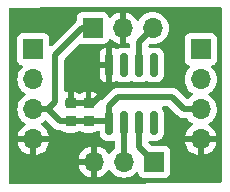
<source format=gbr>
%TF.GenerationSoftware,KiCad,Pcbnew,7.0.2-0*%
%TF.CreationDate,2024-02-15T18:07:50+00:00*%
%TF.ProjectId,rotor_test,726f746f-725f-4746-9573-742e6b696361,rev?*%
%TF.SameCoordinates,Original*%
%TF.FileFunction,Copper,L1,Top*%
%TF.FilePolarity,Positive*%
%FSLAX46Y46*%
G04 Gerber Fmt 4.6, Leading zero omitted, Abs format (unit mm)*
G04 Created by KiCad (PCBNEW 7.0.2-0) date 2024-02-15 18:07:50*
%MOMM*%
%LPD*%
G01*
G04 APERTURE LIST*
G04 Aperture macros list*
%AMRoundRect*
0 Rectangle with rounded corners*
0 $1 Rounding radius*
0 $2 $3 $4 $5 $6 $7 $8 $9 X,Y pos of 4 corners*
0 Add a 4 corners polygon primitive as box body*
4,1,4,$2,$3,$4,$5,$6,$7,$8,$9,$2,$3,0*
0 Add four circle primitives for the rounded corners*
1,1,$1+$1,$2,$3*
1,1,$1+$1,$4,$5*
1,1,$1+$1,$6,$7*
1,1,$1+$1,$8,$9*
0 Add four rect primitives between the rounded corners*
20,1,$1+$1,$2,$3,$4,$5,0*
20,1,$1+$1,$4,$5,$6,$7,0*
20,1,$1+$1,$6,$7,$8,$9,0*
20,1,$1+$1,$8,$9,$2,$3,0*%
G04 Aperture macros list end*
%TA.AperFunction,SMDPad,CuDef*%
%ADD10RoundRect,0.225000X0.250000X-0.225000X0.250000X0.225000X-0.250000X0.225000X-0.250000X-0.225000X0*%
%TD*%
%TA.AperFunction,ComponentPad*%
%ADD11O,1.700000X1.700000*%
%TD*%
%TA.AperFunction,ComponentPad*%
%ADD12R,1.700000X1.700000*%
%TD*%
%TA.AperFunction,SMDPad,CuDef*%
%ADD13RoundRect,0.150000X0.150000X-0.825000X0.150000X0.825000X-0.150000X0.825000X-0.150000X-0.825000X0*%
%TD*%
%TA.AperFunction,ViaPad*%
%ADD14C,0.600000*%
%TD*%
%TA.AperFunction,Conductor*%
%ADD15C,0.550000*%
%TD*%
G04 APERTURE END LIST*
D10*
%TO.P,C2,1*%
%TO.N,VCC*%
X64922400Y-56655000D03*
%TO.P,C2,2*%
%TO.N,GND*%
X64922400Y-55105000D03*
%TD*%
%TO.P,C1,1*%
%TO.N,VCC*%
X63401000Y-56655000D03*
%TO.P,C1,2*%
%TO.N,GND*%
X63401000Y-55105000D03*
%TD*%
D11*
%TO.P,J4,3,Pin_3*%
%TO.N,GND*%
X65405000Y-60071000D03*
%TO.P,J4,2,Pin_2*%
%TO.N,R1_ENCB*%
X67945000Y-60071000D03*
D12*
%TO.P,J4,1,Pin_1*%
%TO.N,R1_ENCA*%
X70485000Y-60071000D03*
%TD*%
D13*
%TO.P,U1,8,GND*%
%TO.N,GND*%
X66675000Y-51881000D03*
%TO.P,U1,7,PA3*%
%TO.N,unconnected-(U1-PA3-Pad7)*%
X67945000Y-51881000D03*
%TO.P,U1,6,~{RESET}/PA0*%
%TO.N,UPDI*%
X69215000Y-51881000D03*
%TO.P,U1,5,PA2*%
%TO.N,SCL*%
X70485000Y-51881000D03*
%TO.P,U1,4,PA1*%
%TO.N,SDA*%
X70485000Y-56831000D03*
%TO.P,U1,3,PA7*%
%TO.N,R1_ENCA*%
X69215000Y-56831000D03*
%TO.P,U1,2,PA6*%
%TO.N,R1_ENCB*%
X67945000Y-56831000D03*
%TO.P,U1,1,VCC*%
%TO.N,VCC*%
X66675000Y-56831000D03*
%TD*%
D12*
%TO.P,J3,1,Pin_1*%
%TO.N,SCL*%
X74422000Y-50556000D03*
D11*
%TO.P,J3,2,Pin_2*%
%TO.N,SDA*%
X74422000Y-53096000D03*
%TO.P,J3,3,Pin_3*%
%TO.N,VCC*%
X74422000Y-55636000D03*
%TO.P,J3,4,Pin_4*%
%TO.N,GND*%
X74422000Y-58176000D03*
%TD*%
D12*
%TO.P,J2,1,Pin_1*%
%TO.N,SCL*%
X60248800Y-50556000D03*
D11*
%TO.P,J2,2,Pin_2*%
%TO.N,SDA*%
X60248800Y-53096000D03*
%TO.P,J2,3,Pin_3*%
%TO.N,VCC*%
X60248800Y-55636000D03*
%TO.P,J2,4,Pin_4*%
%TO.N,GND*%
X60248800Y-58176000D03*
%TD*%
D12*
%TO.P,J1,1,Pin_1*%
%TO.N,VCC*%
X65278000Y-48768000D03*
D11*
%TO.P,J1,2,Pin_2*%
%TO.N,GND*%
X67818000Y-48768000D03*
%TO.P,J1,3,Pin_3*%
%TO.N,UPDI*%
X70358000Y-48768000D03*
%TD*%
D14*
%TO.N,SDA*%
X70485000Y-56769000D03*
%TO.N,SCL*%
X70485000Y-51943000D03*
%TO.N,GND*%
X67818000Y-50165000D03*
%TD*%
D15*
%TO.N,R1_ENCA*%
X69215000Y-58801000D02*
X70485000Y-60071000D01*
%TO.N,R1_ENCB*%
X67945000Y-56831000D02*
X67945000Y-60071000D01*
%TO.N,R1_ENCA*%
X69215000Y-56831000D02*
X69215000Y-58801000D01*
%TO.N,VCC*%
X66675000Y-56831000D02*
X66675000Y-55372000D01*
X66675000Y-55372000D02*
X67437000Y-54610000D01*
X67437000Y-54610000D02*
X72009000Y-54610000D01*
X73035000Y-55636000D02*
X74422000Y-55636000D01*
X72009000Y-54610000D02*
X73035000Y-55636000D01*
X61478000Y-55636000D02*
X62103000Y-55011000D01*
X62103000Y-51054000D02*
X64389000Y-48768000D01*
X64389000Y-48768000D02*
X65278000Y-48768000D01*
X62103000Y-55011000D02*
X62103000Y-51054000D01*
%TO.N,GND*%
X63401000Y-55105000D02*
X65291000Y-55105000D01*
X65291000Y-55105000D02*
X66675000Y-53721000D01*
X66675000Y-53721000D02*
X66675000Y-51881000D01*
%TO.N,SDA*%
X70485000Y-56831000D02*
X70485000Y-56769000D01*
%TO.N,SCL*%
X70485000Y-51881000D02*
X70485000Y-51943000D01*
%TO.N,UPDI*%
X70358000Y-48768000D02*
X69215000Y-49911000D01*
X69215000Y-49911000D02*
X69215000Y-51881000D01*
%TO.N,VCC*%
X66675000Y-56831000D02*
X66486000Y-56642000D01*
X66486000Y-56642000D02*
X63414000Y-56642000D01*
X63414000Y-56642000D02*
X63401000Y-56655000D01*
X61478000Y-55636000D02*
X60248800Y-55636000D01*
X63401000Y-56655000D02*
X62497000Y-56655000D01*
X62497000Y-56655000D02*
X61478000Y-55636000D01*
%TD*%
%TA.AperFunction,Conductor*%
%TO.N,GND*%
G36*
X76142540Y-47010184D02*
G01*
X76188294Y-47062988D01*
X76199500Y-47114499D01*
X76199500Y-61726220D01*
X76179815Y-61793259D01*
X76127011Y-61839014D01*
X76076722Y-61850214D01*
X63369285Y-61975500D01*
X58290500Y-61975500D01*
X58223460Y-61955815D01*
X58177706Y-61903011D01*
X58166500Y-61851500D01*
X58166500Y-55635999D01*
X58893140Y-55635999D01*
X58913736Y-55871407D01*
X58922316Y-55903427D01*
X58974897Y-56099663D01*
X59074765Y-56313830D01*
X59210305Y-56507401D01*
X59377399Y-56674495D01*
X59563396Y-56804732D01*
X59607019Y-56859307D01*
X59614212Y-56928806D01*
X59582690Y-56991160D01*
X59563395Y-57007880D01*
X59377719Y-57137892D01*
X59210690Y-57304921D01*
X59075200Y-57498421D01*
X58975369Y-57712507D01*
X58918164Y-57925999D01*
X58918164Y-57926000D01*
X59815114Y-57926000D01*
X59789307Y-57966156D01*
X59748800Y-58104111D01*
X59748800Y-58247889D01*
X59789307Y-58385844D01*
X59815114Y-58426000D01*
X58918164Y-58426000D01*
X58975369Y-58639492D01*
X59075199Y-58853576D01*
X59210693Y-59047081D01*
X59377718Y-59214106D01*
X59571223Y-59349600D01*
X59785307Y-59449430D01*
X59998798Y-59506634D01*
X59998799Y-59506634D01*
X59998799Y-58611501D01*
X60106485Y-58660680D01*
X60213037Y-58676000D01*
X60284563Y-58676000D01*
X60391115Y-58660680D01*
X60498800Y-58611501D01*
X60498800Y-59506633D01*
X60712290Y-59449430D01*
X60926376Y-59349600D01*
X61119881Y-59214106D01*
X61286906Y-59047081D01*
X61422400Y-58853576D01*
X61522230Y-58639492D01*
X61579436Y-58426000D01*
X60682486Y-58426000D01*
X60708293Y-58385844D01*
X60748800Y-58247889D01*
X60748800Y-58104111D01*
X60708293Y-57966156D01*
X60682486Y-57926000D01*
X61579436Y-57926000D01*
X61579435Y-57925999D01*
X61522230Y-57712507D01*
X61422399Y-57498421D01*
X61286909Y-57304921D01*
X61119881Y-57137893D01*
X60934204Y-57007880D01*
X60890580Y-56953303D01*
X60883387Y-56883804D01*
X60914909Y-56821450D01*
X60934199Y-56804734D01*
X61120201Y-56674495D01*
X61182305Y-56612390D01*
X61243629Y-56578905D01*
X61313321Y-56583889D01*
X61357668Y-56612390D01*
X61878168Y-57132890D01*
X61878171Y-57132894D01*
X61886853Y-57141576D01*
X62010424Y-57265147D01*
X62035329Y-57280796D01*
X62041636Y-57284759D01*
X62052969Y-57292800D01*
X62068169Y-57304921D01*
X62081798Y-57315790D01*
X62115021Y-57331789D01*
X62127176Y-57338507D01*
X62158394Y-57358122D01*
X62193202Y-57370301D01*
X62206038Y-57375619D01*
X62239249Y-57391613D01*
X62275194Y-57399817D01*
X62288534Y-57403660D01*
X62323343Y-57415841D01*
X62359990Y-57419969D01*
X62373667Y-57422293D01*
X62409622Y-57430501D01*
X62409624Y-57430501D01*
X62599639Y-57430501D01*
X62599647Y-57430500D01*
X62626363Y-57430500D01*
X62691460Y-57448962D01*
X62842300Y-57542002D01*
X63003292Y-57595349D01*
X63099522Y-57605180D01*
X63099523Y-57605180D01*
X63102655Y-57605500D01*
X63699344Y-57605499D01*
X63798708Y-57595349D01*
X63959697Y-57542003D01*
X63959699Y-57542002D01*
X64096603Y-57457558D01*
X64163995Y-57439117D01*
X64226797Y-57457558D01*
X64363700Y-57542002D01*
X64524692Y-57595349D01*
X64620922Y-57605180D01*
X64620923Y-57605180D01*
X64624055Y-57605500D01*
X65220744Y-57605499D01*
X65320108Y-57595349D01*
X65481097Y-57542003D01*
X65481099Y-57542002D01*
X65637780Y-57445360D01*
X65638360Y-57446301D01*
X65685917Y-57420334D01*
X65712275Y-57417500D01*
X65750500Y-57417500D01*
X65817539Y-57437185D01*
X65863294Y-57489989D01*
X65874500Y-57541499D01*
X65874500Y-57721694D01*
X65874690Y-57724114D01*
X65874691Y-57724128D01*
X65877402Y-57758572D01*
X65923255Y-57916397D01*
X66006919Y-58057865D01*
X66123135Y-58174081D01*
X66247938Y-58247889D01*
X66264602Y-58257744D01*
X66422427Y-58303597D01*
X66422431Y-58303598D01*
X66459306Y-58306500D01*
X66461751Y-58306500D01*
X66888249Y-58306500D01*
X66890694Y-58306500D01*
X66927569Y-58303598D01*
X67010906Y-58279386D01*
X67080773Y-58279585D01*
X67139444Y-58317526D01*
X67168288Y-58381164D01*
X67169500Y-58398462D01*
X67169500Y-58900803D01*
X67149815Y-58967842D01*
X67116625Y-59002376D01*
X67073601Y-59032502D01*
X66906508Y-59199595D01*
X66776269Y-59385596D01*
X66721692Y-59429220D01*
X66652193Y-59436413D01*
X66589839Y-59404891D01*
X66573119Y-59385595D01*
X66443109Y-59199921D01*
X66276081Y-59032893D01*
X66082576Y-58897399D01*
X65868492Y-58797569D01*
X65655000Y-58740364D01*
X65654999Y-59635498D01*
X65547315Y-59586320D01*
X65440763Y-59571000D01*
X65369237Y-59571000D01*
X65262685Y-59586320D01*
X65154999Y-59635498D01*
X65155000Y-58740364D01*
X65154999Y-58740364D01*
X64941507Y-58797569D01*
X64727421Y-58897400D01*
X64533921Y-59032890D01*
X64366890Y-59199921D01*
X64231400Y-59393421D01*
X64131569Y-59607507D01*
X64074364Y-59820999D01*
X64074364Y-59821000D01*
X64971314Y-59821000D01*
X64945507Y-59861156D01*
X64905000Y-59999111D01*
X64905000Y-60142889D01*
X64945507Y-60280844D01*
X64971314Y-60321000D01*
X64074364Y-60321000D01*
X64131569Y-60534492D01*
X64231399Y-60748576D01*
X64366893Y-60942081D01*
X64533918Y-61109106D01*
X64727423Y-61244600D01*
X64941509Y-61344430D01*
X65155000Y-61401634D01*
X65155000Y-60506501D01*
X65262685Y-60555680D01*
X65369237Y-60571000D01*
X65440763Y-60571000D01*
X65547315Y-60555680D01*
X65654999Y-60506501D01*
X65654999Y-61401633D01*
X65868490Y-61344430D01*
X66082576Y-61244600D01*
X66276081Y-61109106D01*
X66443109Y-60942078D01*
X66573119Y-60756405D01*
X66627696Y-60712780D01*
X66697194Y-60705586D01*
X66759549Y-60737109D01*
X66776265Y-60756400D01*
X66906505Y-60942401D01*
X67073599Y-61109495D01*
X67267170Y-61245035D01*
X67481337Y-61344903D01*
X67709592Y-61406063D01*
X67945000Y-61426659D01*
X68180408Y-61406063D01*
X68408663Y-61344903D01*
X68622830Y-61245035D01*
X68816401Y-61109495D01*
X68938329Y-60987566D01*
X68999648Y-60954084D01*
X69069340Y-60959068D01*
X69125274Y-61000939D01*
X69142189Y-61031916D01*
X69191204Y-61163331D01*
X69277454Y-61278546D01*
X69392669Y-61364796D01*
X69527517Y-61415091D01*
X69587127Y-61421500D01*
X71382872Y-61421499D01*
X71442483Y-61415091D01*
X71577331Y-61364796D01*
X71692546Y-61278546D01*
X71778796Y-61163331D01*
X71829091Y-61028483D01*
X71835500Y-60968873D01*
X71835499Y-59173128D01*
X71829091Y-59113517D01*
X71778796Y-58978669D01*
X71692546Y-58863454D01*
X71577331Y-58777204D01*
X71442483Y-58726909D01*
X71382873Y-58720500D01*
X71379551Y-58720500D01*
X70282585Y-58720500D01*
X70215546Y-58700815D01*
X70194904Y-58684181D01*
X70026819Y-58516096D01*
X69993334Y-58454773D01*
X69990500Y-58428415D01*
X69990500Y-58398462D01*
X70010185Y-58331423D01*
X70062989Y-58285668D01*
X70132147Y-58275724D01*
X70149086Y-58279383D01*
X70232431Y-58303598D01*
X70269306Y-58306500D01*
X70271751Y-58306500D01*
X70698249Y-58306500D01*
X70700694Y-58306500D01*
X70737569Y-58303598D01*
X70895398Y-58257744D01*
X71036865Y-58174081D01*
X71153081Y-58057865D01*
X71236744Y-57916398D01*
X71282598Y-57758569D01*
X71285500Y-57721694D01*
X71285500Y-56820914D01*
X71286280Y-56807029D01*
X71290565Y-56768999D01*
X71286280Y-56730969D01*
X71285500Y-56717084D01*
X71285500Y-55942751D01*
X71285500Y-55940306D01*
X71282598Y-55903431D01*
X71271868Y-55866500D01*
X71236744Y-55745602D01*
X71153080Y-55604134D01*
X71146127Y-55597181D01*
X71112642Y-55535858D01*
X71117626Y-55466166D01*
X71159498Y-55410233D01*
X71224962Y-55385816D01*
X71233808Y-55385500D01*
X71636416Y-55385500D01*
X71703455Y-55405185D01*
X71724097Y-55421819D01*
X72416168Y-56113890D01*
X72416171Y-56113894D01*
X72424853Y-56122576D01*
X72548424Y-56246147D01*
X72579641Y-56265762D01*
X72590976Y-56273805D01*
X72619797Y-56296790D01*
X72653015Y-56312786D01*
X72665186Y-56319512D01*
X72696394Y-56339122D01*
X72731193Y-56351298D01*
X72744035Y-56356618D01*
X72777248Y-56372613D01*
X72813179Y-56380813D01*
X72826536Y-56384661D01*
X72861343Y-56396841D01*
X72897997Y-56400970D01*
X72911675Y-56403295D01*
X72947622Y-56411500D01*
X72991448Y-56411500D01*
X73251804Y-56411500D01*
X73318843Y-56431185D01*
X73353378Y-56464376D01*
X73383505Y-56507401D01*
X73550599Y-56674495D01*
X73736596Y-56804732D01*
X73780219Y-56859307D01*
X73787412Y-56928806D01*
X73755890Y-56991160D01*
X73736595Y-57007880D01*
X73550919Y-57137892D01*
X73383890Y-57304921D01*
X73248400Y-57498421D01*
X73148569Y-57712507D01*
X73091364Y-57925999D01*
X73091364Y-57926000D01*
X73988314Y-57926000D01*
X73962507Y-57966156D01*
X73922000Y-58104111D01*
X73922000Y-58247889D01*
X73962507Y-58385844D01*
X73988314Y-58426000D01*
X73091364Y-58426000D01*
X73148569Y-58639492D01*
X73248399Y-58853576D01*
X73383893Y-59047081D01*
X73550918Y-59214106D01*
X73744423Y-59349600D01*
X73958509Y-59449430D01*
X74172000Y-59506634D01*
X74172000Y-58611501D01*
X74279685Y-58660680D01*
X74386237Y-58676000D01*
X74457763Y-58676000D01*
X74564315Y-58660680D01*
X74672000Y-58611501D01*
X74672000Y-59506633D01*
X74885490Y-59449430D01*
X75099576Y-59349600D01*
X75293081Y-59214106D01*
X75460106Y-59047081D01*
X75595600Y-58853576D01*
X75695430Y-58639492D01*
X75752636Y-58426000D01*
X74855686Y-58426000D01*
X74881493Y-58385844D01*
X74922000Y-58247889D01*
X74922000Y-58104111D01*
X74881493Y-57966156D01*
X74855686Y-57926000D01*
X75752636Y-57926000D01*
X75752635Y-57925999D01*
X75695430Y-57712507D01*
X75595599Y-57498421D01*
X75460109Y-57304921D01*
X75293081Y-57137893D01*
X75107404Y-57007880D01*
X75063780Y-56953303D01*
X75056587Y-56883804D01*
X75088109Y-56821450D01*
X75107399Y-56804734D01*
X75293401Y-56674495D01*
X75460495Y-56507401D01*
X75596035Y-56313830D01*
X75695903Y-56099663D01*
X75757063Y-55871408D01*
X75777659Y-55636000D01*
X75757906Y-55410233D01*
X75757063Y-55400592D01*
X75744847Y-55355000D01*
X75695903Y-55172337D01*
X75596035Y-54958171D01*
X75460495Y-54764599D01*
X75293401Y-54597505D01*
X75107839Y-54467573D01*
X75064216Y-54412998D01*
X75057022Y-54343500D01*
X75088545Y-54281145D01*
X75107837Y-54264428D01*
X75293401Y-54134495D01*
X75460495Y-53967401D01*
X75596035Y-53773830D01*
X75695903Y-53559663D01*
X75757063Y-53331408D01*
X75777659Y-53096000D01*
X75757063Y-52860592D01*
X75695903Y-52632337D01*
X75596035Y-52418171D01*
X75460495Y-52224599D01*
X75338569Y-52102672D01*
X75305084Y-52041350D01*
X75310068Y-51971658D01*
X75351940Y-51915725D01*
X75382915Y-51898810D01*
X75514331Y-51849796D01*
X75629546Y-51763546D01*
X75715796Y-51648331D01*
X75766091Y-51513483D01*
X75772500Y-51453873D01*
X75772499Y-49658128D01*
X75766091Y-49598517D01*
X75715796Y-49463669D01*
X75629546Y-49348454D01*
X75514331Y-49262204D01*
X75379483Y-49211909D01*
X75319873Y-49205500D01*
X75316550Y-49205500D01*
X73527439Y-49205500D01*
X73527420Y-49205500D01*
X73524128Y-49205501D01*
X73520848Y-49205853D01*
X73520840Y-49205854D01*
X73464515Y-49211909D01*
X73329669Y-49262204D01*
X73214454Y-49348454D01*
X73128204Y-49463668D01*
X73077909Y-49598516D01*
X73072025Y-49653248D01*
X73071500Y-49658127D01*
X73071500Y-49661448D01*
X73071500Y-49661449D01*
X73071500Y-51450560D01*
X73071500Y-51450578D01*
X73071501Y-51453872D01*
X73077909Y-51513483D01*
X73128204Y-51648331D01*
X73214454Y-51763546D01*
X73329669Y-51849796D01*
X73440371Y-51891085D01*
X73461082Y-51898810D01*
X73517016Y-51940681D01*
X73541433Y-52006146D01*
X73526581Y-52074419D01*
X73505431Y-52102673D01*
X73383503Y-52224601D01*
X73247965Y-52418170D01*
X73148097Y-52632336D01*
X73086936Y-52860592D01*
X73066340Y-53096000D01*
X73086936Y-53331407D01*
X73093660Y-53356500D01*
X73148097Y-53559663D01*
X73247965Y-53773830D01*
X73383505Y-53967401D01*
X73550599Y-54134495D01*
X73736160Y-54264426D01*
X73779783Y-54319002D01*
X73786976Y-54388501D01*
X73755454Y-54450855D01*
X73736159Y-54467575D01*
X73550595Y-54597508D01*
X73409594Y-54738510D01*
X73348271Y-54771995D01*
X73278579Y-54767011D01*
X73234232Y-54738510D01*
X72633377Y-54137655D01*
X72633376Y-54137653D01*
X72599018Y-54103295D01*
X72495576Y-53999853D01*
X72464359Y-53980238D01*
X72453026Y-53972196D01*
X72424202Y-53949210D01*
X72424201Y-53949209D01*
X72390981Y-53933211D01*
X72378811Y-53926485D01*
X72347605Y-53906877D01*
X72312815Y-53894703D01*
X72299972Y-53889384D01*
X72266752Y-53873387D01*
X72230818Y-53865185D01*
X72217460Y-53861336D01*
X72182657Y-53849158D01*
X72146018Y-53845030D01*
X72132311Y-53842701D01*
X72096379Y-53834500D01*
X72096378Y-53834500D01*
X72052552Y-53834500D01*
X67524378Y-53834500D01*
X67349622Y-53834500D01*
X67313675Y-53842703D01*
X67299981Y-53845030D01*
X67263340Y-53849158D01*
X67228541Y-53861335D01*
X67215185Y-53865183D01*
X67179248Y-53873386D01*
X67146030Y-53889382D01*
X67133191Y-53894700D01*
X67098393Y-53906877D01*
X67067180Y-53926489D01*
X67055012Y-53933214D01*
X67021797Y-53949209D01*
X66992966Y-53972200D01*
X66981630Y-53980243D01*
X66950426Y-53999850D01*
X66909688Y-54040589D01*
X66826853Y-54123424D01*
X66826851Y-54123426D01*
X66499422Y-54450855D01*
X66188424Y-54761853D01*
X66102420Y-54847857D01*
X66041096Y-54881341D01*
X65971405Y-54876357D01*
X65915471Y-54834485D01*
X65891381Y-54772776D01*
X65887256Y-54732394D01*
X65833946Y-54571513D01*
X65744973Y-54427267D01*
X65625132Y-54307426D01*
X65480886Y-54218453D01*
X65320006Y-54165143D01*
X65223845Y-54155319D01*
X65217568Y-54155000D01*
X65172400Y-54155000D01*
X65172400Y-55231000D01*
X65152715Y-55298039D01*
X65099911Y-55343794D01*
X65048400Y-55355000D01*
X63275000Y-55355000D01*
X63207961Y-55335315D01*
X63162206Y-55282511D01*
X63151000Y-55231000D01*
X63150999Y-54155000D01*
X63651000Y-54155000D01*
X63651000Y-54855000D01*
X64672399Y-54855000D01*
X64672399Y-54155000D01*
X64627235Y-54155000D01*
X64620951Y-54155321D01*
X64524794Y-54165143D01*
X64363914Y-54218453D01*
X64226795Y-54303029D01*
X64159403Y-54321469D01*
X64096602Y-54303028D01*
X63959486Y-54218453D01*
X63798606Y-54165143D01*
X63702445Y-54155319D01*
X63696168Y-54155000D01*
X63651000Y-54155000D01*
X63150999Y-54155000D01*
X63105835Y-54155000D01*
X63099548Y-54155321D01*
X63015100Y-54163947D01*
X62946407Y-54151177D01*
X62895524Y-54103295D01*
X62878500Y-54040589D01*
X62878500Y-52131000D01*
X65875000Y-52131000D01*
X65875000Y-52769196D01*
X65875191Y-52774076D01*
X65877900Y-52808493D01*
X65923717Y-52966197D01*
X66007317Y-53107557D01*
X66123442Y-53223682D01*
X66264799Y-53307280D01*
X66422511Y-53353099D01*
X66425000Y-53353295D01*
X66425000Y-52131000D01*
X65875000Y-52131000D01*
X62878500Y-52131000D01*
X62878500Y-51631000D01*
X65875000Y-51631000D01*
X66425000Y-51631000D01*
X66425000Y-50408703D01*
X66422512Y-50408900D01*
X66264799Y-50454719D01*
X66123442Y-50538317D01*
X66007317Y-50654442D01*
X65923717Y-50795802D01*
X65877900Y-50953506D01*
X65875191Y-50987923D01*
X65875000Y-50992803D01*
X65875000Y-51631000D01*
X62878500Y-51631000D01*
X62878500Y-51426583D01*
X62898185Y-51359544D01*
X62914814Y-51338907D01*
X64133878Y-50119842D01*
X64195199Y-50086359D01*
X64264889Y-50091342D01*
X64264891Y-50091343D01*
X64264892Y-50091344D01*
X64315524Y-50110229D01*
X64320517Y-50112091D01*
X64380127Y-50118500D01*
X66175872Y-50118499D01*
X66235483Y-50112091D01*
X66370331Y-50061796D01*
X66485546Y-49975546D01*
X66571796Y-49860331D01*
X66621003Y-49728399D01*
X66662873Y-49672467D01*
X66728337Y-49648050D01*
X66796610Y-49662901D01*
X66824865Y-49684053D01*
X66946918Y-49806106D01*
X67140423Y-49941600D01*
X67354509Y-50041430D01*
X67568000Y-50098634D01*
X67568000Y-49203501D01*
X67675685Y-49252680D01*
X67782237Y-49268000D01*
X67853763Y-49268000D01*
X67960315Y-49252680D01*
X68068000Y-49203501D01*
X68068000Y-50098633D01*
X68283407Y-50040917D01*
X68353257Y-50042580D01*
X68411119Y-50081743D01*
X68438623Y-50145971D01*
X68439500Y-50160692D01*
X68439500Y-50313537D01*
X68419815Y-50380576D01*
X68367011Y-50426331D01*
X68297853Y-50436275D01*
X68280905Y-50432613D01*
X68197572Y-50408402D01*
X68163128Y-50405691D01*
X68163114Y-50405690D01*
X68160694Y-50405500D01*
X67729306Y-50405500D01*
X67726886Y-50405690D01*
X67726871Y-50405691D01*
X67692427Y-50408402D01*
X67534602Y-50454255D01*
X67379652Y-50545893D01*
X67378528Y-50543992D01*
X67335986Y-50567214D01*
X67266296Y-50562219D01*
X67240446Y-50545603D01*
X67240040Y-50546291D01*
X67085200Y-50454719D01*
X66927487Y-50408900D01*
X66924999Y-50408703D01*
X66925000Y-53353295D01*
X66927488Y-53353099D01*
X67085200Y-53307280D01*
X67240040Y-53215709D01*
X67241245Y-53217746D01*
X67283269Y-53194792D01*
X67352962Y-53199766D01*
X67379305Y-53216693D01*
X67379652Y-53216107D01*
X67534602Y-53307744D01*
X67692427Y-53353597D01*
X67692431Y-53353598D01*
X67729306Y-53356500D01*
X67731751Y-53356500D01*
X68158249Y-53356500D01*
X68160694Y-53356500D01*
X68197569Y-53353598D01*
X68355398Y-53307744D01*
X68449543Y-53252066D01*
X68510349Y-53216107D01*
X68511545Y-53218129D01*
X68553633Y-53195144D01*
X68623325Y-53200123D01*
X68649250Y-53216784D01*
X68649651Y-53216107D01*
X68804602Y-53307744D01*
X68962427Y-53353597D01*
X68962431Y-53353598D01*
X68999306Y-53356500D01*
X69001751Y-53356500D01*
X69428249Y-53356500D01*
X69430694Y-53356500D01*
X69467569Y-53353598D01*
X69625398Y-53307744D01*
X69719543Y-53252066D01*
X69780349Y-53216107D01*
X69781545Y-53218129D01*
X69823633Y-53195144D01*
X69893325Y-53200123D01*
X69919250Y-53216784D01*
X69919651Y-53216107D01*
X70074602Y-53307744D01*
X70232427Y-53353597D01*
X70232431Y-53353598D01*
X70269306Y-53356500D01*
X70271751Y-53356500D01*
X70698249Y-53356500D01*
X70700694Y-53356500D01*
X70737569Y-53353598D01*
X70895398Y-53307744D01*
X71036865Y-53224081D01*
X71153081Y-53107865D01*
X71236744Y-52966398D01*
X71282598Y-52808569D01*
X71285500Y-52771694D01*
X71285500Y-51994914D01*
X71286280Y-51981030D01*
X71290565Y-51943000D01*
X71287492Y-51915725D01*
X71286279Y-51904967D01*
X71285500Y-51891085D01*
X71285500Y-50992751D01*
X71285500Y-50990306D01*
X71282598Y-50953431D01*
X71236744Y-50795602D01*
X71153081Y-50654135D01*
X71036865Y-50537919D01*
X70906763Y-50460977D01*
X70895397Y-50454255D01*
X70737572Y-50408402D01*
X70703128Y-50405691D01*
X70703114Y-50405690D01*
X70700694Y-50405500D01*
X70269306Y-50405500D01*
X70266886Y-50405690D01*
X70266871Y-50405691D01*
X70232427Y-50408402D01*
X70149095Y-50432613D01*
X70079226Y-50432414D01*
X70020556Y-50394472D01*
X69991712Y-50330834D01*
X69990500Y-50313537D01*
X69990500Y-50283584D01*
X70010185Y-50216545D01*
X70026819Y-50195903D01*
X70079008Y-50143714D01*
X70140331Y-50110229D01*
X70177497Y-50107867D01*
X70358000Y-50123659D01*
X70593408Y-50103063D01*
X70821663Y-50041903D01*
X71035830Y-49942035D01*
X71229401Y-49806495D01*
X71396495Y-49639401D01*
X71532035Y-49445830D01*
X71631903Y-49231663D01*
X71693063Y-49003408D01*
X71713659Y-48768000D01*
X71693063Y-48532592D01*
X71631903Y-48304337D01*
X71532035Y-48090171D01*
X71396495Y-47896599D01*
X71229401Y-47729505D01*
X71035830Y-47593965D01*
X70821663Y-47494097D01*
X70760502Y-47477709D01*
X70593407Y-47432936D01*
X70358000Y-47412340D01*
X70122592Y-47432936D01*
X69894336Y-47494097D01*
X69680170Y-47593965D01*
X69486598Y-47729505D01*
X69319508Y-47896595D01*
X69189269Y-48082596D01*
X69134692Y-48126220D01*
X69065193Y-48133413D01*
X69002839Y-48101891D01*
X68986119Y-48082595D01*
X68856109Y-47896921D01*
X68689081Y-47729893D01*
X68495576Y-47594399D01*
X68281492Y-47494569D01*
X68068000Y-47437364D01*
X68068000Y-48332498D01*
X67960315Y-48283320D01*
X67853763Y-48268000D01*
X67782237Y-48268000D01*
X67675685Y-48283320D01*
X67568000Y-48332498D01*
X67568000Y-47437364D01*
X67567999Y-47437364D01*
X67354507Y-47494569D01*
X67140421Y-47594400D01*
X66946924Y-47729888D01*
X66824865Y-47851947D01*
X66763542Y-47885431D01*
X66693850Y-47880447D01*
X66637917Y-47838575D01*
X66621002Y-47807598D01*
X66592018Y-47729888D01*
X66571796Y-47675669D01*
X66485546Y-47560454D01*
X66370331Y-47474204D01*
X66235483Y-47423909D01*
X66175873Y-47417500D01*
X66172550Y-47417500D01*
X64383439Y-47417500D01*
X64383420Y-47417500D01*
X64380128Y-47417501D01*
X64376848Y-47417853D01*
X64376840Y-47417854D01*
X64320515Y-47423909D01*
X64185669Y-47474204D01*
X64070454Y-47560454D01*
X63984204Y-47675668D01*
X63933909Y-47810516D01*
X63929455Y-47851947D01*
X63927500Y-47870127D01*
X63927500Y-47873448D01*
X63927500Y-47873449D01*
X63927500Y-48081414D01*
X63907815Y-48148453D01*
X63891180Y-48169096D01*
X63853996Y-48206278D01*
X63853992Y-48206284D01*
X61810980Y-50249296D01*
X61749657Y-50282781D01*
X61679965Y-50277797D01*
X61624032Y-50235925D01*
X61599615Y-50170461D01*
X61599299Y-50161615D01*
X61599299Y-49661439D01*
X61599299Y-49658128D01*
X61592891Y-49598517D01*
X61542596Y-49463669D01*
X61456346Y-49348454D01*
X61341131Y-49262204D01*
X61206283Y-49211909D01*
X61146673Y-49205500D01*
X61143350Y-49205500D01*
X59354239Y-49205500D01*
X59354220Y-49205500D01*
X59350928Y-49205501D01*
X59347648Y-49205853D01*
X59347640Y-49205854D01*
X59291315Y-49211909D01*
X59156469Y-49262204D01*
X59041254Y-49348454D01*
X58955004Y-49463668D01*
X58904709Y-49598516D01*
X58898825Y-49653248D01*
X58898300Y-49658127D01*
X58898300Y-49661448D01*
X58898300Y-49661449D01*
X58898300Y-51450560D01*
X58898300Y-51450578D01*
X58898301Y-51453872D01*
X58904709Y-51513483D01*
X58955004Y-51648331D01*
X59041254Y-51763546D01*
X59156469Y-51849796D01*
X59267171Y-51891085D01*
X59287882Y-51898810D01*
X59343816Y-51940681D01*
X59368233Y-52006146D01*
X59353381Y-52074419D01*
X59332231Y-52102673D01*
X59210303Y-52224601D01*
X59074765Y-52418170D01*
X58974897Y-52632336D01*
X58913736Y-52860592D01*
X58893140Y-53095999D01*
X58913736Y-53331407D01*
X58920460Y-53356500D01*
X58974897Y-53559663D01*
X59074765Y-53773830D01*
X59210305Y-53967401D01*
X59377399Y-54134495D01*
X59562960Y-54264426D01*
X59606583Y-54319002D01*
X59613776Y-54388501D01*
X59582254Y-54450855D01*
X59562959Y-54467575D01*
X59377395Y-54597508D01*
X59210305Y-54764598D01*
X59074765Y-54958170D01*
X58974897Y-55172336D01*
X58913736Y-55400592D01*
X58893140Y-55635999D01*
X58166500Y-55635999D01*
X58166500Y-47163578D01*
X58186185Y-47096539D01*
X58238989Y-47050784D01*
X58289275Y-47039584D01*
X63267856Y-46990500D01*
X76075503Y-46990500D01*
X76142540Y-47010184D01*
G37*
%TD.AperFunction*%
%TD*%
M02*

</source>
